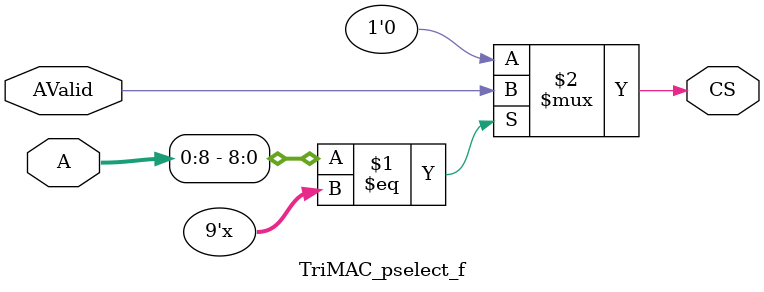
<source format=v>
`timescale 1 ps/1 ps

module TriMAC_pselect_f ( A, AValid, CS) ;

parameter C_AB  = 9;
parameter C_AW  = 32;
parameter [0:C_AW - 1] C_BAR =  'bz;
parameter C_FAMILY  = "nofamily";
input[0:C_AW-1] A; 
input AValid; 
output CS; 
wire CS;
parameter [0:C_AB-1]BAR = C_BAR[0:C_AB-1];

//----------------------------------------------------------------------------
// Build a behavioral decoder
//----------------------------------------------------------------------------
generate
if (C_AB > 0) begin : XST_WA
assign CS = (A[0:C_AB - 1] == BAR[0:C_AB - 1]) ? AValid : 1'b0 ;
end
endgenerate

generate
if (C_AB == 0) begin : PASS_ON_GEN
assign CS = AValid ;
end
endgenerate
endmodule

</source>
